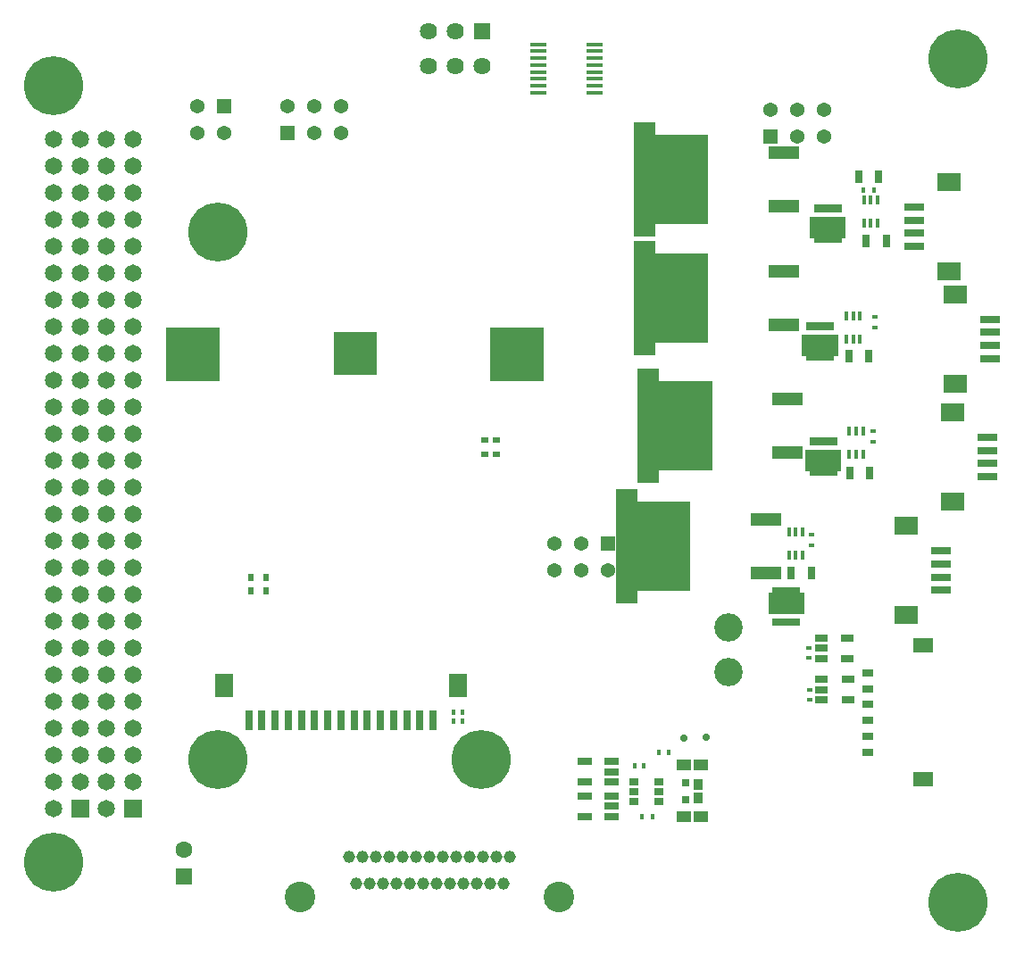
<source format=gbs>
G04*
G04 #@! TF.GenerationSoftware,Altium Limited,Altium Designer,19.1.5 (86)*
G04*
G04 Layer_Color=16711935*
%FSLAX44Y44*%
%MOMM*%
G71*
G01*
G75*
%ADD22R,0.8000X1.3000*%
%ADD25R,0.4500X0.6000*%
%ADD26R,0.4000X0.6000*%
%ADD27R,0.6000X0.8000*%
%ADD32R,0.6000X0.4000*%
%ADD40R,0.8000X0.6000*%
%ADD41R,0.6000X0.4500*%
%ADD51R,0.7000X1.3000*%
%ADD82R,0.8016X1.9016*%
%ADD83R,1.7016X2.3016*%
%ADD87C,0.7016*%
%ADD110R,1.9016X0.8016*%
%ADD111R,2.3016X1.7016*%
%ADD112R,1.3216X0.7016*%
%ADD125C,1.1684*%
%ADD126C,2.8956*%
%ADD127C,1.3716*%
%ADD128R,1.3716X1.3716*%
%ADD129R,1.6256X1.6256*%
%ADD130C,1.6256*%
%ADD131C,2.6924*%
%ADD132R,1.6516X1.6516*%
%ADD133C,1.6516*%
%ADD134C,0.1016*%
%ADD135C,1.6016*%
%ADD136R,1.6016X1.6016*%
%ADD137C,5.6016*%
%ADD177R,1.9016X0.6616*%
%ADD178R,0.6016X0.6616*%
%ADD179R,5.1816X5.1816*%
%ADD180R,4.0616X4.0616*%
%ADD181R,0.4516X0.9516*%
%ADD182R,2.9016X1.1516*%
%ADD183R,5.1816X8.4316*%
%ADD184R,2.0116X10.9016*%
%ADD185R,1.1016X0.7016*%
%ADD186R,1.9016X1.3516*%
%ADD187R,1.3116X0.6916*%
%ADD188R,1.5016X0.4516*%
%ADD189R,0.6516X0.6516*%
%ADD190R,0.8516X1.0016*%
%ADD191R,1.3516X1.0016*%
%ADD192R,0.9016X0.6516*%
G36*
X791625Y705890D02*
X785225D01*
Y712890D01*
X791625D01*
Y705890D01*
D02*
G37*
G36*
X785125D02*
X778725D01*
Y712890D01*
X785125D01*
Y705890D01*
D02*
G37*
G36*
X778625D02*
X772225D01*
Y712890D01*
X778625D01*
Y705890D01*
D02*
G37*
G36*
X772125D02*
X765725D01*
Y712890D01*
X772125D01*
Y705890D01*
D02*
G37*
G36*
X795693Y681482D02*
X791625D01*
Y676490D01*
X785225D01*
Y681482D01*
X785125D01*
Y676490D01*
X778725D01*
Y681482D01*
X778625D01*
Y676490D01*
X772225D01*
Y681482D01*
X772125D01*
Y676490D01*
X765725D01*
Y681482D01*
X761657D01*
Y701802D01*
X795693D01*
Y681482D01*
D02*
G37*
G36*
X784126Y594130D02*
X777726D01*
Y601130D01*
X784126D01*
Y594130D01*
D02*
G37*
G36*
X777626D02*
X771226D01*
Y601130D01*
X777626D01*
Y594130D01*
D02*
G37*
G36*
X771126D02*
X764726D01*
Y601130D01*
X771126D01*
Y594130D01*
D02*
G37*
G36*
X764626D02*
X758226D01*
Y601130D01*
X764626D01*
Y594130D01*
D02*
G37*
G36*
X788194Y569722D02*
X784126D01*
Y564730D01*
X777726D01*
Y569722D01*
X777626D01*
Y564730D01*
X771226D01*
Y569722D01*
X771126D01*
Y564730D01*
X764726D01*
Y569722D01*
X764626D01*
Y564730D01*
X758226D01*
Y569722D01*
X754158D01*
Y590042D01*
X788194D01*
Y569722D01*
D02*
G37*
G36*
X787376Y484910D02*
X780976D01*
Y491910D01*
X787376D01*
Y484910D01*
D02*
G37*
G36*
X780876D02*
X774476D01*
Y491910D01*
X780876D01*
Y484910D01*
D02*
G37*
G36*
X774376D02*
X767976D01*
Y491910D01*
X774376D01*
Y484910D01*
D02*
G37*
G36*
X767876D02*
X761476D01*
Y491910D01*
X767876D01*
Y484910D01*
D02*
G37*
G36*
X791444Y480085D02*
X791447Y480060D01*
Y461010D01*
X791444Y460985D01*
Y460502D01*
X790961D01*
X790936Y460499D01*
X787376D01*
Y455510D01*
X780976D01*
Y460499D01*
X780876D01*
Y455510D01*
X774476D01*
Y460499D01*
X774376D01*
Y455510D01*
X767976D01*
Y460499D01*
X767876D01*
Y455510D01*
X761476D01*
Y460499D01*
X757916D01*
X757891Y460502D01*
X757408D01*
Y460985D01*
X757406Y461010D01*
Y480060D01*
X757408Y480085D01*
Y480822D01*
X791444D01*
Y480085D01*
D02*
G37*
G36*
X752090Y344678D02*
X756158D01*
Y324358D01*
X722122D01*
Y344678D01*
X726190D01*
Y349670D01*
X732590D01*
Y344678D01*
X732690D01*
Y349670D01*
X739090D01*
Y344678D01*
X739190D01*
Y349670D01*
X745590D01*
Y344678D01*
X745690D01*
Y349670D01*
X752090D01*
Y344678D01*
D02*
G37*
G36*
X752090Y313270D02*
X745690D01*
Y320270D01*
X752090D01*
Y313270D01*
D02*
G37*
G36*
X745590D02*
X739190D01*
Y320270D01*
X745590D01*
Y313270D01*
D02*
G37*
G36*
X739090D02*
X732690D01*
Y320270D01*
X739090D01*
Y313270D01*
D02*
G37*
G36*
X732590D02*
X726190D01*
Y320270D01*
X732590D01*
Y313270D01*
D02*
G37*
D22*
X807637Y739140D02*
D03*
X826637D02*
D03*
D25*
X612060Y132740D02*
D03*
X602060D02*
D03*
X822440Y726440D02*
D03*
X812440D02*
D03*
D26*
X432364Y231140D02*
D03*
X423364D02*
D03*
Y223018D02*
D03*
X432364D02*
D03*
X618451Y193040D02*
D03*
X627452D02*
D03*
X604369Y180340D02*
D03*
X595369D02*
D03*
D27*
X231760Y346964D02*
D03*
X245760D02*
D03*
X231760Y359710D02*
D03*
X245760D02*
D03*
D32*
X761238Y243658D02*
D03*
Y252658D02*
D03*
X760730Y283303D02*
D03*
Y292303D02*
D03*
D40*
X453000Y490059D02*
D03*
Y476059D02*
D03*
X464258Y490059D02*
D03*
Y476059D02*
D03*
D41*
X763539Y400144D02*
D03*
Y390144D02*
D03*
X821999Y498251D02*
D03*
Y488251D02*
D03*
X823663Y606622D02*
D03*
Y596622D02*
D03*
D51*
X743864Y363220D02*
D03*
X762864D02*
D03*
X799384Y458678D02*
D03*
X818384D02*
D03*
X814984Y678180D02*
D03*
X833984D02*
D03*
X798736Y568960D02*
D03*
X817736D02*
D03*
D82*
X404364Y224000D02*
D03*
X391864D02*
D03*
X366864D02*
D03*
X379364D02*
D03*
X329364D02*
D03*
X316864D02*
D03*
X341864D02*
D03*
X354364D02*
D03*
X291864D02*
D03*
X304364D02*
D03*
X241864D02*
D03*
X229364D02*
D03*
X279364D02*
D03*
X254364D02*
D03*
X266864D02*
D03*
D83*
X427864Y257000D02*
D03*
X205864D02*
D03*
D87*
X641800Y207200D02*
D03*
X663100Y208100D02*
D03*
D110*
X885698Y359710D02*
D03*
Y347210D02*
D03*
Y372210D02*
D03*
Y384710D02*
D03*
X929640Y467360D02*
D03*
Y454860D02*
D03*
Y479860D02*
D03*
Y492360D02*
D03*
X932180Y579320D02*
D03*
Y566820D02*
D03*
Y591820D02*
D03*
Y604320D02*
D03*
X860806Y698300D02*
D03*
Y710800D02*
D03*
Y685800D02*
D03*
Y673300D02*
D03*
D111*
X852698Y408210D02*
D03*
Y323710D02*
D03*
X896640Y515860D02*
D03*
Y431360D02*
D03*
X899180Y627820D02*
D03*
Y543320D02*
D03*
X893806Y649800D02*
D03*
Y734300D02*
D03*
D112*
X548504Y151740D02*
D03*
Y132740D02*
D03*
X573404D02*
D03*
Y142240D02*
D03*
Y151740D02*
D03*
X548504Y184680D02*
D03*
Y165680D02*
D03*
X573404D02*
D03*
Y175180D02*
D03*
Y184680D02*
D03*
D125*
X331154Y68800D02*
D03*
X343854D02*
D03*
X356554D02*
D03*
X369254D02*
D03*
X381954D02*
D03*
X394654D02*
D03*
X407354D02*
D03*
X420054D02*
D03*
X432754D02*
D03*
X445454D02*
D03*
X458154D02*
D03*
X470854D02*
D03*
X324804Y94200D02*
D03*
X337504D02*
D03*
X350204D02*
D03*
X362904D02*
D03*
X375604D02*
D03*
X388304D02*
D03*
X401004D02*
D03*
X413704D02*
D03*
X426404D02*
D03*
X439104D02*
D03*
X451804D02*
D03*
X464504D02*
D03*
X477204D02*
D03*
D126*
X523559Y56100D02*
D03*
X278449D02*
D03*
D127*
X774700Y777973D02*
D03*
Y803373D02*
D03*
X749300Y777973D02*
D03*
Y803373D02*
D03*
X723900D02*
D03*
X180340Y806573D02*
D03*
Y781173D02*
D03*
X205740D02*
D03*
X266534Y806573D02*
D03*
X291934D02*
D03*
Y781173D02*
D03*
X317334Y806573D02*
D03*
Y781173D02*
D03*
X518964Y391160D02*
D03*
Y365760D02*
D03*
X544364Y391160D02*
D03*
Y365760D02*
D03*
X569764D02*
D03*
D128*
X723900Y777973D02*
D03*
X205740Y806573D02*
D03*
X266534Y781173D02*
D03*
X569764Y391160D02*
D03*
D129*
X451104Y877570D02*
D03*
D130*
X425704D02*
D03*
X400304D02*
D03*
X451104Y844550D02*
D03*
X425704D02*
D03*
X400304D02*
D03*
D131*
X684850Y311590D02*
D03*
Y269680D02*
D03*
D132*
X70104Y139800D02*
D03*
X119604D02*
D03*
D133*
X70104Y165200D02*
D03*
Y190600D02*
D03*
Y216000D02*
D03*
Y241400D02*
D03*
Y266800D02*
D03*
Y292200D02*
D03*
Y317600D02*
D03*
Y343000D02*
D03*
Y368400D02*
D03*
Y393800D02*
D03*
Y419200D02*
D03*
Y444600D02*
D03*
Y470000D02*
D03*
Y495400D02*
D03*
Y520800D02*
D03*
Y546200D02*
D03*
Y571600D02*
D03*
Y597000D02*
D03*
Y622400D02*
D03*
Y647800D02*
D03*
Y673200D02*
D03*
Y698600D02*
D03*
Y724000D02*
D03*
Y749400D02*
D03*
Y774800D02*
D03*
X44704Y139800D02*
D03*
Y165200D02*
D03*
Y190600D02*
D03*
Y216000D02*
D03*
Y241400D02*
D03*
Y266800D02*
D03*
Y292200D02*
D03*
Y317600D02*
D03*
Y343000D02*
D03*
Y368400D02*
D03*
Y393800D02*
D03*
Y419200D02*
D03*
Y444600D02*
D03*
Y470000D02*
D03*
Y495400D02*
D03*
Y520800D02*
D03*
Y546200D02*
D03*
Y571600D02*
D03*
Y597000D02*
D03*
Y622400D02*
D03*
Y647800D02*
D03*
Y673200D02*
D03*
Y698600D02*
D03*
Y724000D02*
D03*
Y749400D02*
D03*
Y774800D02*
D03*
X119604Y165200D02*
D03*
Y190600D02*
D03*
Y216000D02*
D03*
Y241400D02*
D03*
Y266800D02*
D03*
Y292200D02*
D03*
Y317600D02*
D03*
Y343000D02*
D03*
Y368400D02*
D03*
Y393800D02*
D03*
Y419200D02*
D03*
Y444600D02*
D03*
Y470000D02*
D03*
Y495400D02*
D03*
Y520800D02*
D03*
Y546200D02*
D03*
Y571600D02*
D03*
Y597000D02*
D03*
Y622400D02*
D03*
Y647800D02*
D03*
Y673200D02*
D03*
Y698600D02*
D03*
Y724000D02*
D03*
Y749400D02*
D03*
Y774800D02*
D03*
X94204Y139800D02*
D03*
Y165200D02*
D03*
Y190600D02*
D03*
Y216000D02*
D03*
Y241400D02*
D03*
Y266800D02*
D03*
Y292200D02*
D03*
Y317600D02*
D03*
Y343000D02*
D03*
Y368400D02*
D03*
Y393800D02*
D03*
Y419200D02*
D03*
Y444600D02*
D03*
Y470000D02*
D03*
Y495400D02*
D03*
Y520800D02*
D03*
Y546200D02*
D03*
Y571600D02*
D03*
Y597000D02*
D03*
Y622400D02*
D03*
Y647800D02*
D03*
Y673200D02*
D03*
Y698600D02*
D03*
Y724000D02*
D03*
Y749400D02*
D03*
Y774800D02*
D03*
D134*
X328900Y608900D02*
D03*
Y544900D02*
D03*
D135*
X167864Y101384D02*
D03*
D136*
Y75984D02*
D03*
D137*
X902004Y50800D02*
D03*
Y850900D02*
D03*
X200000Y186700D02*
D03*
X450000D02*
D03*
X200000Y686700D02*
D03*
X44704Y825500D02*
D03*
Y88900D02*
D03*
D177*
X771176Y488410D02*
D03*
D178*
X764676Y459010D02*
D03*
X771176D02*
D03*
X777676D02*
D03*
X784176D02*
D03*
Y488410D02*
D03*
X768925Y709390D02*
D03*
X775425D02*
D03*
X781925D02*
D03*
X788425D02*
D03*
Y679990D02*
D03*
X781925D02*
D03*
X775425D02*
D03*
X768925D02*
D03*
X761426Y597630D02*
D03*
X767926D02*
D03*
X774426D02*
D03*
X780926D02*
D03*
Y568230D02*
D03*
X774426D02*
D03*
X767926D02*
D03*
X761426D02*
D03*
X748890Y316770D02*
D03*
X742390D02*
D03*
X735890D02*
D03*
X729390D02*
D03*
Y346170D02*
D03*
X735890D02*
D03*
X742390D02*
D03*
X748890D02*
D03*
D179*
X483850Y570990D02*
D03*
X176550D02*
D03*
D180*
X330200Y571500D02*
D03*
D181*
X812904Y717120D02*
D03*
X819404D02*
D03*
X825904D02*
D03*
Y695120D02*
D03*
X819404D02*
D03*
X812904D02*
D03*
X741764Y380732D02*
D03*
X748264D02*
D03*
X754764D02*
D03*
Y402732D02*
D03*
X748264D02*
D03*
X741764D02*
D03*
X799084Y476331D02*
D03*
X805584D02*
D03*
X812084D02*
D03*
Y498331D02*
D03*
X805584D02*
D03*
X799084D02*
D03*
X796296Y585210D02*
D03*
X802796D02*
D03*
X809296D02*
D03*
Y607210D02*
D03*
X802796D02*
D03*
X796296D02*
D03*
D182*
X720152Y414020D02*
D03*
Y363220D02*
D03*
X737104Y711200D02*
D03*
Y762000D02*
D03*
Y599368D02*
D03*
Y650168D02*
D03*
X740664Y477709D02*
D03*
Y528509D02*
D03*
D183*
X622952Y388620D02*
D03*
X639904Y736600D02*
D03*
Y624768D02*
D03*
X643464Y503109D02*
D03*
D184*
X588002Y388620D02*
D03*
X604954Y736600D02*
D03*
Y624768D02*
D03*
X608514Y503109D02*
D03*
D185*
X816872Y268760D02*
D03*
Y253760D02*
D03*
Y238760D02*
D03*
Y223760D02*
D03*
Y193760D02*
D03*
Y208760D02*
D03*
D186*
X868772Y294810D02*
D03*
Y167710D02*
D03*
D187*
X797788Y243460D02*
D03*
Y262460D02*
D03*
X772688D02*
D03*
Y252960D02*
D03*
Y243460D02*
D03*
X797468Y282620D02*
D03*
Y301620D02*
D03*
X772368D02*
D03*
Y292120D02*
D03*
Y282620D02*
D03*
D188*
X557744Y864983D02*
D03*
Y858483D02*
D03*
Y851983D02*
D03*
Y845483D02*
D03*
Y838983D02*
D03*
Y832483D02*
D03*
Y825983D02*
D03*
Y819483D02*
D03*
X503744Y864983D02*
D03*
Y858483D02*
D03*
Y851983D02*
D03*
Y845483D02*
D03*
Y838983D02*
D03*
Y832483D02*
D03*
Y825983D02*
D03*
Y819483D02*
D03*
D189*
X644001Y164630D02*
D03*
Y148630D02*
D03*
D190*
X656002Y162880D02*
D03*
Y150380D02*
D03*
D191*
X641751Y181180D02*
D03*
X658251D02*
D03*
X641751Y132080D02*
D03*
X658251D02*
D03*
D192*
X618781Y156108D02*
D03*
Y165608D02*
D03*
Y146608D02*
D03*
X594781D02*
D03*
Y165608D02*
D03*
Y156108D02*
D03*
M02*

</source>
